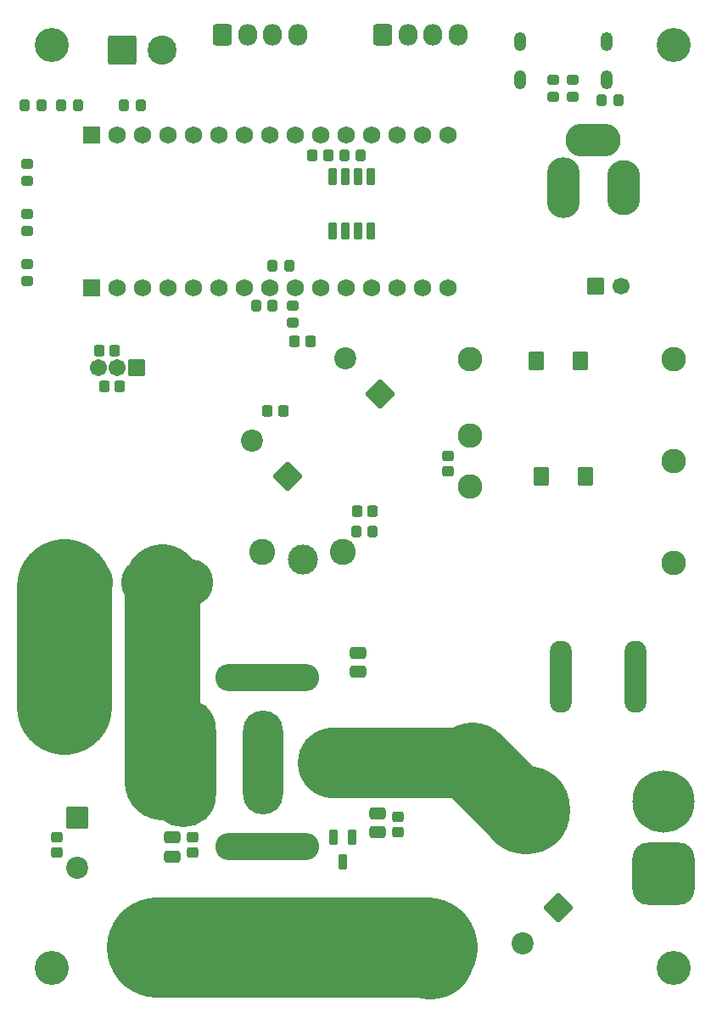
<source format=gbs>
%TF.GenerationSoftware,KiCad,Pcbnew,8.0.4*%
%TF.CreationDate,2024-08-27T22:08:09+09:00*%
%TF.ProjectId,power_board2,706f7765-725f-4626-9f61-7264322e6b69,rev?*%
%TF.SameCoordinates,PX3473bc0PYa8cce40*%
%TF.FileFunction,Soldermask,Bot*%
%TF.FilePolarity,Negative*%
%FSLAX46Y46*%
G04 Gerber Fmt 4.6, Leading zero omitted, Abs format (unit mm)*
G04 Created by KiCad (PCBNEW 8.0.4) date 2024-08-27 22:08:09*
%MOMM*%
%LPD*%
G01*
G04 APERTURE LIST*
G04 Aperture macros list*
%AMRoundRect*
0 Rectangle with rounded corners*
0 $1 Rounding radius*
0 $2 $3 $4 $5 $6 $7 $8 $9 X,Y pos of 4 corners*
0 Add a 4 corners polygon primitive as box body*
4,1,4,$2,$3,$4,$5,$6,$7,$8,$9,$2,$3,0*
0 Add four circle primitives for the rounded corners*
1,1,$1+$1,$2,$3*
1,1,$1+$1,$4,$5*
1,1,$1+$1,$6,$7*
1,1,$1+$1,$8,$9*
0 Add four rect primitives between the rounded corners*
20,1,$1+$1,$2,$3,$4,$5,0*
20,1,$1+$1,$4,$5,$6,$7,0*
20,1,$1+$1,$6,$7,$8,$9,0*
20,1,$1+$1,$8,$9,$2,$3,0*%
G04 Aperture macros list end*
%ADD10C,7.500000*%
%ADD11C,9.500000*%
%ADD12C,10.000000*%
%ADD13C,7.000000*%
%ADD14C,8.000000*%
%ADD15O,3.300000X6.055000*%
%ADD16O,3.300000X5.500000*%
%ADD17O,5.500000X3.300000*%
%ADD18RoundRect,0.100000X1.414214X0.000000X0.000000X1.414214X-1.414214X0.000000X0.000000X-1.414214X0*%
%ADD19C,2.200000*%
%ADD20C,1.100000*%
%ADD21C,8.800000*%
%ADD22C,3.400000*%
%ADD23RoundRect,1.550000X1.550000X-1.550000X1.550000X1.550000X-1.550000X1.550000X-1.550000X-1.550000X0*%
%ADD24C,6.200000*%
%ADD25RoundRect,0.279412X-0.670588X-0.795588X0.670588X-0.795588X0.670588X0.795588X-0.670588X0.795588X0*%
%ADD26O,1.900000X2.150000*%
%ADD27O,1.200000X1.900000*%
%ADD28RoundRect,0.102000X0.765000X-0.765000X0.765000X0.765000X-0.765000X0.765000X-0.765000X-0.765000X0*%
%ADD29C,1.734000*%
%ADD30RoundRect,0.100000X-1.000000X1.000000X-1.000000X-1.000000X1.000000X-1.000000X1.000000X1.000000X0*%
%ADD31RoundRect,0.100000X0.000000X1.414214X-1.414214X0.000000X0.000000X-1.414214X1.414214X0.000000X0*%
%ADD32C,2.450000*%
%ADD33RoundRect,0.100000X-0.750000X-0.750000X0.750000X-0.750000X0.750000X0.750000X-0.750000X0.750000X0*%
%ADD34C,1.700000*%
%ADD35O,12.900000X6.550000*%
%ADD36O,4.010000X10.360000*%
%ADD37O,6.550000X12.900000*%
%ADD38O,10.360000X2.740000*%
%ADD39RoundRect,0.268520X-1.181480X-1.181480X1.181480X-1.181480X1.181480X1.181480X-1.181480X1.181480X0*%
%ADD40C,2.900000*%
%ADD41RoundRect,0.102000X0.750000X0.750000X-0.750000X0.750000X-0.750000X-0.750000X0.750000X-0.750000X0*%
%ADD42C,1.704000*%
%ADD43C,1.004000*%
%ADD44O,9.204000X4.704000*%
%ADD45C,3.000000*%
%ADD46C,2.600000*%
%ADD47O,2.200000X7.200000*%
%ADD48O,2.204000X7.204000*%
%ADD49RoundRect,0.100000X-0.325000X-0.750000X0.325000X-0.750000X0.325000X0.750000X-0.325000X0.750000X0*%
%ADD50RoundRect,0.100000X-0.650000X-0.800000X0.650000X-0.800000X0.650000X0.800000X-0.650000X0.800000X0*%
%ADD51RoundRect,0.250000X0.250000X0.325000X-0.250000X0.325000X-0.250000X-0.325000X0.250000X-0.325000X0*%
%ADD52RoundRect,0.275000X-0.275000X-0.300000X0.275000X-0.300000X0.275000X0.300000X-0.275000X0.300000X0*%
%ADD53RoundRect,0.250000X0.325000X-0.250000X0.325000X0.250000X-0.325000X0.250000X-0.325000X-0.250000X0*%
%ADD54RoundRect,0.100000X0.300000X0.650000X-0.300000X0.650000X-0.300000X-0.650000X0.300000X-0.650000X0*%
%ADD55RoundRect,0.275000X0.300000X-0.275000X0.300000X0.275000X-0.300000X0.275000X-0.300000X-0.275000X0*%
%ADD56RoundRect,0.250000X-0.250000X-0.325000X0.250000X-0.325000X0.250000X0.325000X-0.250000X0.325000X0*%
%ADD57RoundRect,0.275000X-0.300000X0.275000X-0.300000X-0.275000X0.300000X-0.275000X0.300000X0.275000X0*%
%ADD58RoundRect,0.275000X0.275000X0.300000X-0.275000X0.300000X-0.275000X-0.300000X0.275000X-0.300000X0*%
%ADD59RoundRect,0.300000X-0.525000X0.300000X-0.525000X-0.300000X0.525000X-0.300000X0.525000X0.300000X0*%
%ADD60RoundRect,0.300000X0.525000X-0.300000X0.525000X0.300000X-0.525000X0.300000X-0.525000X-0.300000X0*%
G04 APERTURE END LIST*
D10*
X15000000Y42500000D02*
X15000000Y22500000D01*
D11*
X5250000Y30000000D02*
X5250000Y42000000D01*
D12*
X14500000Y6000000D02*
X41500000Y6000000D01*
D13*
X32000000Y24500000D02*
X46000000Y24500000D01*
D14*
X51000000Y19500000D02*
X46000000Y24500000D01*
D15*
X55015000Y81800000D03*
D16*
X61015000Y81800000D03*
D17*
X58015000Y86500000D03*
D18*
X36767767Y61232233D03*
D19*
X33232233Y64767767D03*
D20*
X1994581Y30000000D03*
X2939162Y32280419D03*
X2939162Y27719581D03*
X5219581Y33225000D03*
D21*
X5219581Y30000000D03*
D20*
X5219581Y26775000D03*
X7500000Y32280419D03*
X7500000Y27719581D03*
X8444581Y30000000D03*
X48055419Y19719581D03*
X49000000Y22000000D03*
X49000000Y17439162D03*
X51280419Y22944581D03*
D21*
X51280419Y19719581D03*
D20*
X51280419Y16494581D03*
X53560838Y22000000D03*
X53560838Y17439162D03*
X54505419Y19719581D03*
D22*
X4000000Y4000000D03*
X66000000Y96000000D03*
D23*
X65000000Y13400000D03*
D24*
X65000000Y20600000D03*
D22*
X66000000Y4000000D03*
D25*
X21000000Y97000000D03*
D26*
X23500000Y97000000D03*
X26000000Y97000000D03*
X28500000Y97000000D03*
D27*
X59320000Y92550000D03*
X50680000Y92550000D03*
X59320000Y96350000D03*
X50680000Y96350000D03*
D20*
X11275000Y5775000D03*
X12219581Y8055419D03*
X12219581Y3494581D03*
X14500000Y9000000D03*
D21*
X14500000Y5775000D03*
D20*
X14500000Y2550000D03*
X16780419Y8055419D03*
X16780419Y3494581D03*
X17725000Y5775000D03*
D28*
X7960000Y71760000D03*
D29*
X10500000Y71760000D03*
X13040000Y71760000D03*
X15580000Y71760000D03*
X18120000Y71760000D03*
X20660000Y71760000D03*
X23200000Y71760000D03*
X25740000Y71760000D03*
X28280000Y71760000D03*
X30820000Y71760000D03*
X33360000Y71760000D03*
X35900000Y71760000D03*
X38440000Y71760000D03*
X40980000Y71760000D03*
X43520000Y71760000D03*
D28*
X7960000Y87000000D03*
D29*
X10500000Y87000000D03*
X13040000Y87000000D03*
X15580000Y87000000D03*
X18120000Y87000000D03*
X20660000Y87000000D03*
X23200000Y87000000D03*
X25740000Y87000000D03*
X28280000Y87000000D03*
X30820000Y87000000D03*
X33360000Y87000000D03*
X35900000Y87000000D03*
X38440000Y87000000D03*
X40980000Y87000000D03*
X43520000Y87000000D03*
D30*
X6500000Y19000000D03*
D19*
X6500000Y14000000D03*
D31*
X54500000Y10000000D03*
D19*
X50964466Y6464466D03*
D32*
X45720000Y64660000D03*
X45720000Y57040000D03*
X45720000Y51960000D03*
X66040000Y44340000D03*
X66040000Y54500000D03*
X66040000Y64660000D03*
D33*
X58250000Y72000000D03*
D34*
X60750000Y72000000D03*
D35*
X35000000Y24500000D03*
D36*
X25094000Y24500000D03*
D37*
X17093000Y24500000D03*
D38*
X25500400Y32907400D03*
X25500400Y16092600D03*
D39*
X11040000Y95500000D03*
D40*
X15000000Y95500000D03*
D18*
X27500000Y53000000D03*
D19*
X23964466Y56535534D03*
D25*
X37000000Y97000000D03*
D26*
X39500000Y97000000D03*
X42000000Y97000000D03*
X44500000Y97000000D03*
D41*
X12410000Y63800000D03*
D42*
X10500000Y63800000D03*
X8590000Y63800000D03*
D43*
X9300000Y42000000D03*
X9300000Y43050000D03*
X8500000Y41100000D03*
X8500000Y43670000D03*
X7500000Y40800000D03*
X7500000Y44000000D03*
X6170000Y40800000D03*
X6170000Y44000000D03*
D44*
X5500000Y42400000D03*
D43*
X4840000Y40800000D03*
X4840000Y44000000D03*
X3510000Y40800000D03*
X3510000Y44000000D03*
X2500000Y43670000D03*
X2350000Y41100000D03*
X1700000Y42000000D03*
X1700000Y43050000D03*
X19300000Y42000000D03*
X19300000Y43050000D03*
X18500000Y41100000D03*
X18500000Y43670000D03*
X17500000Y40800000D03*
X17500000Y44000000D03*
X16170000Y40800000D03*
X16170000Y44000000D03*
D44*
X15500000Y42400000D03*
D43*
X14840000Y40800000D03*
X14840000Y44000000D03*
X13510000Y40800000D03*
X13510000Y44000000D03*
X12500000Y43670000D03*
X12350000Y41100000D03*
X11700000Y42000000D03*
X11700000Y43050000D03*
D22*
X4000000Y96000000D03*
D45*
X29000000Y44700000D03*
D46*
X25000000Y45500000D03*
X33000000Y45500000D03*
D47*
X62250000Y33000000D03*
D48*
X54750000Y33000000D03*
D20*
X38494581Y5219581D03*
X39439162Y7500000D03*
X39439162Y2939162D03*
X41719581Y8444581D03*
D21*
X41719581Y5219581D03*
D20*
X41719581Y1994581D03*
X44000000Y7500000D03*
X44000000Y2939162D03*
X44944581Y5219581D03*
D49*
X35810000Y77500000D03*
X34540000Y77500000D03*
X33270000Y77500000D03*
X32000000Y77500000D03*
X32000000Y82900000D03*
X33270000Y82900000D03*
X34540000Y82900000D03*
X35810000Y82900000D03*
D50*
X52300000Y64500000D03*
X56700000Y64500000D03*
D51*
X27650000Y74000000D03*
X26000000Y74000000D03*
D52*
X30000000Y85000000D03*
X31550000Y85000000D03*
D53*
X1500000Y82500000D03*
X1500000Y84150000D03*
D51*
X6575000Y90000000D03*
X4925000Y90000000D03*
D54*
X32050000Y17000000D03*
X33950000Y17000000D03*
X33000000Y14600000D03*
D55*
X43500000Y53500000D03*
X43500000Y55050000D03*
D56*
X34350000Y47500000D03*
X36000000Y47500000D03*
D57*
X18000000Y17000000D03*
X18000000Y15450000D03*
D56*
X24350000Y70000000D03*
X26000000Y70000000D03*
D58*
X27050000Y59500000D03*
X25500000Y59500000D03*
D52*
X34450000Y49500000D03*
X36000000Y49500000D03*
D53*
X1500000Y77500000D03*
X1500000Y79150000D03*
X28000000Y68350000D03*
X28000000Y70000000D03*
D59*
X36500000Y19400000D03*
X36500000Y17500000D03*
D57*
X4500000Y17050000D03*
X4500000Y15500000D03*
D56*
X33175000Y85000000D03*
X34825000Y85000000D03*
D53*
X54000000Y90850000D03*
X54000000Y92500000D03*
D60*
X34500000Y33500000D03*
X34500000Y35400000D03*
D51*
X2925000Y90000000D03*
X1275000Y90000000D03*
D53*
X1500000Y72500000D03*
X1500000Y74150000D03*
D52*
X28225000Y66500000D03*
X29775000Y66500000D03*
D50*
X52800000Y53000000D03*
X57200000Y53000000D03*
D52*
X9225000Y62000000D03*
X10775000Y62000000D03*
D57*
X38500000Y19050000D03*
X38500000Y17500000D03*
D51*
X12825000Y90000000D03*
X11175000Y90000000D03*
D56*
X58850000Y90500000D03*
X60500000Y90500000D03*
D53*
X56000000Y90850000D03*
X56000000Y92500000D03*
D52*
X8725000Y65500000D03*
X10275000Y65500000D03*
D59*
X16000000Y17000000D03*
X16000000Y15100000D03*
M02*

</source>
